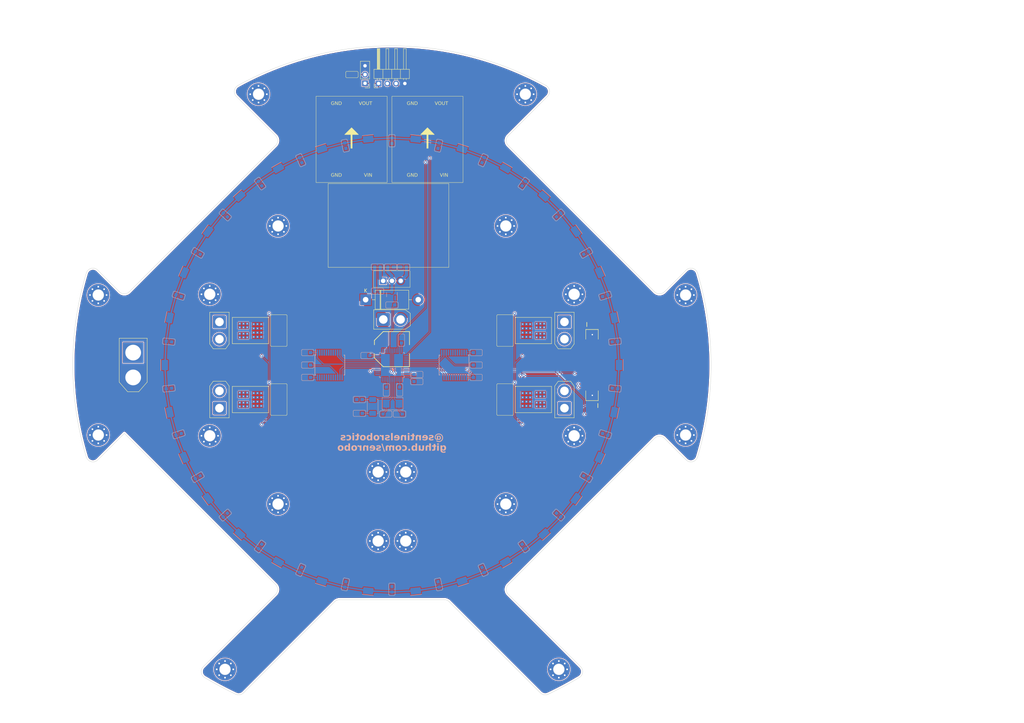
<source format=kicad_pcb>
(kicad_pcb (version 20221018) (generator pcbnew)
  (layers (0 "F.Cu" signal) (31 "B.Cu" signal) (34 "B.Paste" user) (35 "F.Paste" user) (36 "B.SilkS" user "B.Silkscreen") (37 "F.SilkS" user "F.Silkscreen") (38 "B.Mask" user) (39 "F.Mask" user) (44 "Edge.Cuts" user))
  (property "SHEETTOTAL" "3")
  (net 0 "")
  (net 1 "+3V3")
  (net 2 "GND")
  (net 3 "+12V")
  (net 4 "+5V")
  (net 5 "/M1")
  (net 6 "/M2")
  (net 7 "/S0")
  (net 8 "/S1")
  (net 9 "/S2")
  (net 10 "/S3")
  (net 11 "/RX")
  (net 12 "/TX")
  (net 13 "/BR DIR")
  (net 14 "/FR DIR")
  (net 15 "/FL DIR")
  (net 16 "/BL DIR")
  (net 17 "/FL PWM")
  (net 18 "/FR PWM")
  (net 19 "/BL PWM")
  (net 20 "/BR PWM")
  (net 21 "Net-(U2-I0)")
  (net 22 "Net-(U2-I1)")
  (net 23 "Net-(U2-I2)")
  (net 24 "Net-(U2-I3)")
  (net 25 "Net-(U2-I4)")
  (net 26 "Net-(U2-I5)")
  (net 27 "Net-(U2-I6)")
  (net 28 "Net-(U2-I7)")
  (net 29 "Net-(U2-I8)")
  (net 30 "Net-(U2-I9)")
  (net 31 "Net-(U2-I10)")
  (net 32 "Net-(U2-I11)")
  (net 33 "Net-(U2-I12)")
  (net 34 "Net-(U2-I13)")
  (net 35 "Net-(U2-~{E})")
  (net 36 "Net-(U4-I0)")
  (net 37 "Net-(U4-I1)")
  (net 38 "Net-(U4-I2)")
  (net 39 "Net-(U4-I3)")
  (net 40 "Net-(U4-I4)")
  (net 41 "Net-(U4-I5)")
  (net 42 "Net-(U4-I6)")
  (net 43 "Net-(U4-I7)")
  (net 44 "Net-(U4-I8)")
  (net 45 "Net-(U4-I9)")
  (net 46 "Net-(U4-I10)")
  (net 47 "Net-(U4-I11)")
  (net 48 "Net-(U4-I12)")
  (net 49 "Net-(U4-I13)")
  (net 50 "Net-(U4-~{E})")
  (net 51 "/M SW")
  (net 68 "Net-(U2-I14)")
  (net 69 "Net-(U4-I14)")
  (net 70 "Net-(IC1-PD0)")
  (net 71 "Net-(IC1-PD1)")
  (net 72 "Net-(D3-A)")
  (net 76 "/RST")
  (net 83 "/SWDIO")
  (net 84 "/SWCLK")
  (net 86 "/BOOT")
  (net 89 "Net-(R41-Pad1)")
  (net 92 "/M1 S0")
  (net 93 "/M1 S1")
  (net 94 "/M1 S3")
  (net 95 "/M1 S2")
  (net 96 "Net-(SW3-B)")
  (net 97 "+48V")
  (net 98 "Net-(C7-Pad1)")
  (net 99 "Net-(Q2-D)")
  (net 100 "Net-(D2-A)")
  (net 101 "Net-(Q1-Pad1)")
  (net 102 "/Sol")
  (net 129 "/!FR DIR")
  (net 130 "/!BR DIR")
  (net 131 "/!BL DIR")
  (net 132 "/!FL DIR")
  (net 133 "/FL A")
  (net 134 "/FL B")
  (net 135 "/FR B")
  (net 136 "/FR A")
  (net 137 "/BL B")
  (net 138 "/BL A")
  (net 139 "/BR A")
  (net 140 "/BR B")
  (footprint "footprints:AMASS_XT30-F" (layer "F.Cu") (at 113.6804 92.793602)
    (fp_text reference "J2" hide)
    (fp_text value "XT30")
  )
  (footprint "footprints:boost" (layer "F.Cu") (at 112.6804 65.593602 -90)
    (fp_text reference "Boost1" hide)
    (fp_text value "~")
  )
  (footprint "MountingHole:MountingHole_3.2mm_M3_Pad_Via" (layer "F.Cu") (at 109.6804 136.9936)
    (fp_text reference "H7" hide)
    (fp_text value "MountingHole_Pad")
  )
  (footprint "footprints:SOP50P1030X247-39N" (layer "F.Cu") (at 154.68041 95.993602 -90)
    (fp_text reference "U7" hide)
    (fp_text value "VNH5050A-E")
  )
  (footprint "footprints:AMASS_XT60-M" (layer "F.Cu") (at 38.6804 105.9936 -90)
    (fp_text reference "J8" hide)
    (fp_text value "XT60")
  )
  (footprint "footprints:SOP50P1030X247-39N" (layer "F.Cu") (at 72.68041 95.993602 90)
    (fp_text reference "U8" hide)
    (fp_text value "VNH5050A-E")
  )
  (footprint "footprints:EIA-7343-D" (layer "F.Cu") (at 146.48041 95.993602 -90)
    (fp_text reference "C18" hide)
    (fp_text value "220u" hide)
  )
  (footprint "footprints:buck" (layer "F.Cu") (at 123.9804 40.593602)
    (fp_text reference "U3" hide)
    (fp_text value "~")
  )
  (footprint "MountingHole:MountingHole_3.2mm_M3_Pad_Via" (layer "F.Cu") (at 109.6804 156.9936)
    (fp_text reference "H3" hide)
    (fp_text value "MountingHole_Pad")
  )
  (footprint "MountingHole:MountingHole_3.2mm_M3_Pad_Via" (layer "F.Cu") (at 162.0604 194.2003)
    (fp_text reference "H2" hide)
    (fp_text value "MountingHole_Pad")
  )
  (footprint "MountingHole:MountingHole_3.2mm_M3_Pad_Via" (layer "F.Cu") (at 117.6804 156.9936)
    (fp_text reference "H4" hide)
    (fp_text value "MountingHole_Pad")
  )
  (footprint "MountingHole:MountingHole_3.2mm_M3_Pad_Via" (layer "F.Cu") (at 117.6804 136.9936)
    (fp_text reference "H8" hide)
    (fp_text value "MountingHole_Pad")
  )
  (footprint "footprints:EIA-7343-D" (layer "F.Cu") (at 80.88041 95.993602 90)
    (fp_text reference "C19" hide)
    (fp_text value "220u")
  )
  (footprint "MountingHole:MountingHole_3.2mm_M3_Pad_Via" (layer "F.Cu") (at 60.8756 126.5002)
    (fp_text reference "H9" hide)
    (fp_text value "MountingHole_Pad")
  )
  (footprint "footprints:res0603" (layer "F.Cu") (at 102.0804 21.7936 180)
    (fp_text reference "R44" hide)
    (fp_text value "10K")
  )
  (footprint "footprints:SOP50P1030X247-39N" (layer "F.Cu") (at 154.68041 115.993602 -90)
    (fp_text reference "U5" hide)
    (fp_text value "VNH5050A-E")
  )
  (footprint "footprints:TO255P1040X460X2890-3" (layer "F.Cu") (at 113.68041 81.593602)
    (fp_text reference "Q1" hide)
    (fp_text value "STP75NF75")
  )
  (footprint "MountingHole:MountingHole_3.2mm_M3_Pad_Via" (layer "F.Cu") (at 152.347 27.5013)
    (fp_text reference "H20" hide)
    (fp_text value "MountingHole_Pad")
  )
  (footprint "MountingHole:MountingHole_3.2mm_M3_Pad_Via" (layer "F.Cu") (at 166.4852 85.488)
    (fp_text reference "H15" hide)
    (fp_text value "MountingHole_Pad")
  )
  (footprint "footprints:AMASS_XT30-F" (layer "F.Cu") (at 163.68041 115.993602 90)
    (fp_text reference "J4" hide)
    (fp_text value "FL" hide)
  )
  (footprint "footprints:SOT95P280X145-6N" (layer "F.Cu") (at 171.76082 118.987204 -90)
    (fp_text reference "IC2" hide)
    (fp_text value "SN74LVC2G04DBVTG4" hide)
  )
  (footprint "MountingHole:MountingHole_3.2mm_M3_Pad_Via" (layer "F.Cu") (at 146.6862 65.689)
    (fp_text reference "H18" hide)
    (fp_text value "MountingHole_Pad")
  )
  (footprint "MountingHole:MountingHole_3.2mm_M3_Pad_Via" (layer "F.Cu") (at 28.5655 126.2834)
    (fp_text reference "H11" hide)
    (fp_text value "MountingHole_Pad")
  )
  (footprint "footprints:EIA-7343-D" (layer "F.Cu") (at 80.880411 115.993602 90)
    (fp_text reference "C17" hide)
    (fp_text value "220u")
  )
  (footprint "MountingHole:MountingHole_3.2mm_M3_Pad_Via" (layer "F.Cu") (at 166.4852 126.5002)
    (fp_text reference "H10" hide)
    (fp_text value "MountingHole_Pad")
  )
  (footprint "footprints:526101433" (layer "F.Cu") (at 171.68041 105.993602 90)
    (fp_text reference "J1" hide)
    (fp_text value "52610-1433" hide)
  )
  (footprint "Connector_PinHeader_2.54mm:PinHeader_1x04_P2.54mm_Horizontal" (layer "F.Cu") (at 109.8004 24.3936 90)
    (fp_text reference "J3" hide)
    (fp_text value "PGMR")
  )
  (footprint "MountingHole:MountingHole_3.2mm_M3_Pad_Via" (layer "F.Cu") (at 60.8756 85.488)
    (fp_text reference "H14" hide)
    (fp_text value "MountingHole_Pad")
  )
  (footprint "footprints:CAPAE1030X1270N" (layer "F.Cu") (at 113.68041 101.393602)
    (fp_text reference "C11" hide)
    (fp_text value "1000u" hide)
  )
  (footprint "MountingHole:MountingHole_3.2mm_M3_Pad_Via" (layer "F.Cu") (at 80.674 146.2992)
    (fp_text reference "H5" hide)
    (fp_text value "MountingHole_Pad")
  )
  (footprint "MountingHole:MountingHole_3.2mm_M3_Pad_Via" (layer "F.Cu") (at 28.5649 85.7048)
    (fp_text reference "H13" hide)
    (fp_text value "MountingHole_Pad")
  )
  (footprint "footprints:SOP50P1030X247-39N" (layer "F.Cu") (at 72.68041 115.993602 90)
    (fp_text reference "U6" hide)
    (fp_text value "VNH5050A-E")
  )
  (footprint "footprints:AMASS_XT30-F" (layer "F.Cu") (at 163.68041 95.993602 -90)
    (fp_text reference "J6" hide)
    (fp_text value "BL" hide)
  )
  (footprint "footprints:EIA-7343-D" (layer "F.Cu") (at 146.48041 115.993602 -90)
    (fp_text reference "C16" hide)
    (fp_text value "220u" hide)
  )
  (footprint "footprints:AMASS_XT30-F" (layer "F.Cu") (at 63.68041 115.993602 90)
    (fp_text reference "J5" hide)
    (fp_text value "FR" hide)
  )
  (footprint "MountingHole:MountingHole_3.2mm_M3_Pad_Via" (layer "F.Cu") (at 146.6868 146.2992)
    (fp_text reference "H6" hide)
    (fp_text value "MountingHole_Pad")
  )
  (footprint "footprints:SOT95P280X145-6N" (layer "F.Cu") (at 171.76082 92.987204 90)
    (fp_text reference "IC3" hide)
    (fp_text value "SN74LVC2G04DBVTG4" hide)
  )
  (footprint "MountingHole:MountingHole_3.2mm_M3_Pad_Via" (layer "F.Cu") (at 75.0138 27.5013)
    (fp_text reference "H19" hide)
    (fp_text value "MountingHole_Pad")
  )
  (footprint "footprints:buck" (layer "F.Cu") (at 101.9804 40.593602)
    (fp_text reference "U1" hide)
    (fp_text value "~")
  )
  (footprint "footprints:AMASS_XT30-F" (layer "F.Cu") (at 63.68041 95.993602 -90)
    (fp_text reference "J7" hide)
    (fp_text value "BR" hide)
  )
  (footprint "MountingHole:MountingHole_3.2mm_M3_Pad_Via" (layer "F.Cu") (at 80.6746 65.689)
    (fp_text reference "H17" hide)
    (fp_text value "MountingHole_Pad")
  )
  (footprint "MountingHole:MountingHole_3.2mm_M3_Pad_Via" (layer "F.Cu") (at 65.3004 194.2003)
    (fp_text reference "H1" hide)
    (fp_text value "MountingHole_Pad")
  )
  (footprint "Diode_THT:D_DO-201AD_P15.24mm_Horizontal" (layer "F.Cu") (at 106.06041 87.0536)
    (fp_text reference "D2" hide)
    (fp_text value "1N5401")
  )
  (footprint "MountingHole:MountingHole_3.2mm_M3_Pad_Via" (layer "F.Cu") (at 198.7953 126.2834)
    (fp_text reference "H12" hide)
    (fp_text value "MountingHole_Pad")
  )
  (footprint "Connector_PinHeader_2.54mm:PinHeader_1x03_P2.54mm_Vertical" (layer "F.Cu") (at 105.8804 24.3436 180)
    (fp_text reference "SW3" hide)
    (fp_text value "M SW")
  )
  (footprint "MountingHole:MountingHole_3.2mm_M3_Pad_Via" (layer "F.Cu") (at 198.7959 85.7048)
    (fp_text reference "H16" hide)
    (fp_text value "MountingHole_Pad")
  )
  (footprint "footprints:ALS-PT19" (layer "B.Cu") (at 140.1183 165.3741 114)
    (fp_text reference "R3" hide)
    (fp_text value "R_Photo")
  )
  (footprint "footprints:res0603" (layer "B.Cu") (at 104.28041 119.993602 180)
    (fp_text reference "R41" hide)
    (fp_text value "1K")
  )
  (footprint "footprints:ALS-PT19" (layer "B.Cu") (at 57.3888 138.4936 30)
    (fp_text reference "R26" hide)
    (fp_text value "R_Photo")
  )
  (footprint "footprints:LED-3528" (layer "B.Cu") (at 70.8561 58.4323 132)
    (fp_text reference "D31" hide)
    (fp_text value "LED")
  )
  (footprint "footprints:ALS-PT19" (layer "B.Cu") (at 49.0365 99.1993 -6)
    (fp_text reference "R23" hide)
    (fp_text value "R_Photo")
  )
  (footprint "footprints:LED-3528" (layer "B.Cu") (at 55.2135 132.0247 -156)
    (fp_text reference "D7" hide)
    (fp_text value "LED")
  )
  (footprint "footprints:ALS-PT19" (layer "B.Cu") (at 161.9848 62.5001 -138)
    (fp_text reference "R12" hide)
    (fp_text value "R_Photo")
  )
  (footprint "footprints:cap0603" (layer "B.Cu") (at 112.08041 113.193602 -90)
    (fp_text reference "C14" hide)
    (fp_text value "0.1u")
  )
  (footprint "footprints:cap0603" (layer "B.Cu") (at 106.48041 103.243602 180)
    (fp_text reference "C12" hide)
    (fp_text value "0.1u")
  )
  (footprint "footprints:ALS-PT19" (layer "B.Cu") (at 178.3243 112.788 174)
    (fp_text reference "R8" hide)
    (fp_text value "R_Photo")
  )
  (footprint "footprints:LED-3528" (layer "B.Cu") (at 176.2819 119.2999 -12)
    (fp_text reference "D19" hide)
    (fp_text value "LED")
  )
  (footprint "footprints:LED-3528" (layer "B.Cu") (at 51.079 92.6873 168)
    (fp_text reference "D34" hide)
    (fp_text value "LED")
  )
  (footprint "footprints:res0603" (layer "B.Cu") (at 109.48041 77.593602)
    (fp_text reference "R36" hide)
    (fp_text value "1K")
  )
  (footprint "footprints:res0603" (layer "B.Cu") (at 109.48041 84.593602)
    (fp_text reference "R39" hide)
    (fp_text value "10K")
  )
  (footprint "footprints:LED-3528" (layer "B.Cu") (at 81.6804 161.4192 -120)
    (fp_text reference "D10" hide)
    (fp_text value "LED")
  )
  (footprint "footprints:LED-3528" (layer "B.Cu") (at 120.3702 42.3442 84)
    (fp_text reference "D27" hide)
    (fp_text value "LED")
  )
  (footprint "footprints:led0603" (layer "B.Cu") (at 115.93041 113.193602 90)
    (fp_text reference "D3" hide)
    (fp_text value "LED")
  )
  (footprint "footprints:res0603" (layer "B.Cu") (at 138.0804 109.593602 180)
    (fp_text reference "R37" hide)
    (fp_text value "3K24")
  )
  (footprint "footprints:LED-3528" (layer "B.Cu") (at 165.4575 68.3753 36)
    (fp_text reference "D23" hide)
    (fp_text value "LED")
  )
  (footprint "Package_QFP:LQFP-48_7x7mm_P0.5mm" (layer "B.Cu") (at 113.68041 105.993602 90)
    (fp_text reference "IC1" hide)
    (fp_text value "STM32F103CBTx")
  )
  (footprint "footprints:ALS-PT19" (layer "B.Cu") (at 75.4744 158.5797 54)
    (fp_text reference "R28" hide)
    (fp_text value "R_Photo")
  )
  (footprint "footprints:ALS-PT19" (layer "B.Cu") (at 75.4744 53.4075 -54)
    (fp_text reference "R19" hide)
    (fp_text value "R_Photo")
  )
  (footprint "footprints:LED-3528" (layer "B.Cu") (at 70.8561 153.5549 -132)
    (fp_text reference "D9" hide)
    (fp_text value "LED")
  )
  (footprint "footprints:ALS-PT19" (layer "B.Cu") (at 57.3888 73.4936 -30)
    (fp_text reference "R21" hide)
    (fp_text value "R_Photo")
  )
  (footprint "footprints:LED-3528" (layer "B.Cu") (at 156.5048 58.4323 48)
    (fp_text reference "D24" hide)
    (fp_text value "LED")
  )
  (footprint "footprints:res0603" (layer "B.Cu") (at 104.28041 115.993602)
    (fp_text reference "R45" hide)
    (fp_text value "10K")
  )
  (footprint "footprints:res0603" (layer "B.Cu") (at 117.08041 77.593602 180)
    (fp_text reference "R35" hide)
    (fp_text value "20")
  )
  (footprint "footprints:ALS-PT19" (layer "B.Cu") (at 175.4991 126.0797 162)
    (fp_text reference "R7" hide)
    (fp_text value "R_Photo")
  )
  (footprint "footprints:ALS-PT19" (layer "B.Cu") (at 127.1947 169.5732 102)
    (fp_text reference "R2" hide)
    (fp_text value "R_Photo")
  )
  (footprint "footprints:ALS-PT19" (layer "B.Cu") (at 87.2425 46.6131 -66)
    (fp_text reference "R18" hide)
    (fp_text value "R_Photo")
  )
  (footprint "footprints:cap0603" (layer "B.Cu") (at 113.28041 77.593602 180)
    (fp_text reference "C7" hide)
    (fp_text value "1500pF")
  )
  (footprint "footprints:Crystal" (layer "B.Cu") (at 113.88041 117.193602)
    (fp_text reference "Y1" hide)
    (fp_text value "8Mhz")
  )
  (footprint "footprints:LED-3528" (layer "B.Cu") (at 133.4575 45.126 72)
    (fp_text reference "D26" hide)
    (fp_text value "LED")
  )
  (footprint "footprints:ALS-PT19" (layer "B.Cu") (at 100.1662 169.5732 78)
    (fp_text reference "R30" hide)
    (fp_text value "R_Photo")
  )
  (footprint "footprints:LED-3528" (layer "B.Cu") (at 172.1473 132.0247 -24)
    (fp_text reference "D18" hide)
    (fp_text value "LED")
  )
  (footprint "footprints:LED-3528" (layer "B.Cu") (at 120.3702 169.643 -84)
    (fp_text reference "D13" hide)
    (fp_text value "LED")
  )
  (footprint "footprints:SW_PUSH_SPST" (layer "B.Cu") (at 108.08041 117.993602 90)
    (fp_text reference "SW1" hide)
    (fp_text value "STM RST")
  )
  (footprint "footprints:LED-3528" (layer "B.Cu") (at 51.079 119.2999 -168)
    (fp_text reference "D6" hide)
    (fp_text value "LED")
  )
  (footprint "footprints:cap0603" (layer "B.Cu") (at 115.88041 120.193602 180)
    (fp_text reference "C4" hide)
    (fp_text value "22p")
  )
  (footprint "footprints:LED-3528" (layer "B.Cu") (at 61.9033 143.6119 -144)
    (fp_text reference "D8" hide)
    (fp_text value "LED")
  )
  (footprint "footprints:ALS-PT19" (layer "B.Cu") (at 161.9848 149.4871 138)
    (fp_text reference "R5" hide)
    (fp_text value "R_Photo")
  )
  (footprint "footprints:ALS-PT19" (layer "B.Cu") (at 51.8617 85.9075 -18)
    (fp_text reference "R22" hide)
    (fp_text value "R_Photo")
  )
  (footprint "footprints:ALS-PT19" (layer "B.Cu") (at 49.0365 112.788 6)
    (fp_text reference "R24" hide)
    (fp_text value "R_Photo")
  )
  (footprint "Package_SO:SSOP-24_5.3x8.2mm_P0.65mm" (layer "B.Cu") (at 131.6804 105.9936 90)
    (fp_text reference "U2" hide)
    (fp_text value "CD74HC4067SM")
  )
  (footprint "footprints:res0603" (layer "B.Cu") (at 89.2804 105.9936)
    (fp_text reference "R43" hide)
    (fp_text value "10K")
  )
  (footprint "footprints:ALS-PT19" (layer "B.Cu") (at 169.9721 73.4936 -150)
    (fp_text reference "R11" hide)
    (fp_text value "R_Photo")
  )
  (footprint "footprints:ALS-PT19" (layer "B.Cu") (at 175.4991 85.9075 -162)
    (fp_text reference "R10" hide)
    (fp_text value "R_Photo")
  )
  (footprint "Package_TO_SOT_SMD:SOT-23" (layer "B.Cu") (at 113.68041 85.593602 90)
    (fp_text reference "Q2" hide)
    (fp_text value "AO3400A")
  )
  (footprint "footprints:ALS-PT19" (layer "B.Cu") (at 100.1662 42.414 -78)
    (fp_text reference "R17" hide)
    (fp_text value "R_Photo")
  )
  (footprint "footprints:cap0603" (layer "B.Cu") (at 120.88041 108.743602)
    (fp_text reference "C15" hide)
    (fp_text value "0.1u")
  )
  (footprint "footprints:cap0603" (layer "B.Cu") (at 116.43041 98.793602 90)
    (fp_text reference "C13" hide)
    (fp_text value "0.1u")
  )
  (footprint "footprints:res0603" (layer "B.Cu") (at 120.880411 110.793601 180)
    (fp_text reference "R33" hide)
    (fp_text value "10K")
  )
  (footprint "footprints:LED-3528" (layer "B.Cu") (at 176.2819 92.6873 12)
    (fp_text reference "D21" hide)
    (fp_text value "LED")
  )
  (footprint "footprints:res0603" (layer "B.Cu") (at 138.0804 105.9936 180)
    (fp_text reference "R38" hide)
    (fp_text value "10K")
  )
  (footprint "footprints:cap0603" (layer "B.Cu") (at 111.88041 120.193602)
    (fp_text reference "C5" hide)
    (fp_text value "22p")
  )
  (footprint "footprints:LED-3528" (layer "B.Cu") (at 177.6804 105.9936)
    (fp_text reference "D20" hide)
    (fp_text value "LED")
  )
  (footprint "footprints:LED-3528" (layer "B.Cu") (at 61.9033 68.3753 144)
    (fp_text reference "D32" hide)
    (fp_text value "LED")
  )
  (footprint "footprints:ALS-PT19" (layer "B.Cu") (at 151.8865 158.5797 126)
    (fp_text reference "R4" hide)
    (fp_text value "R_Photo")
  )
  (footprint "footprints:LED-3528" (layer "B.Cu") (at 133.4575 166.8612 -72)
    (fp_text reference "D14" hide)
    (fp_text value "LED")
  )
  (footprint "footprints:LED-3528" (layer "B.Cu") (at 172.1473 79.9625 24)
    (fp_text reference "D22" hide)
    (fp_text value "LED")
  )
  (footprint "footprints:ALS-PT19" (layer "B.Cu") (at 151.8865 53.4075 -126)
    (fp_text reference "R13" hide)
    (fp_text value "R_Photo")
  )
  (footprint "footprints:LED-3528" (layer "B.Cu") (at 106.9906 42.3442 96)
    (fp_text reference "D28" hide)
    (fp_text value "LED")
  )
  (footprint "footprints:LED-3528" (layer "B.Cu") (at 165.4575 143.6119 -36)
    (fp_text reference "D17" hide)
    (fp_text value "LED")
  )
  (footprint "footprints:LED-3528" (layer "B.Cu") (at 145.6804 50.568 60)
    (fp_text reference "D25" hide)
    (fp_text value "LED")
  )
  (footprint "footprints:ALS-PT19" (layer "B.Cu") (at 169.9721 138.4936 150)
    (fp_text reference "R6" hide)
    (fp_text value "R_Photo")
  )
  (footprint "footprints:ALS-PT19" (layer "B.Cu") (at 51.8617 126.0797 18)
    (fp_text reference "R25" hide)
    (fp_text value "R_Photo")
  )
  (footprint "footprints:LED-3528" (layer "B.Cu") (at 145.6804 161.4192 -60)
    (fp_text reference "D15" hide)
    (fp_text value "LED")
  )
  (footprint "footprints:cap0603" (layer "B.Cu") (at 89.28041 109.593602)
    (fp_text reference "C20" hide)
    (fp_text value "0.1u")
  )
  (footprint "footprints:LED-3528" (layer "B.Cu") (at 93.9033 45.126 108)
    (fp_text reference "D29" hide)
    (fp_text value "LED")
  )
  (footprint "footprints:LED-3528" (layer "B.Cu") (at 93.9033 166.8612 -108)
    (fp_text reference "D11" hide)
    (fp_text value "LED")
  )
  (footprint "footprints:ALS-PT19" (layer "B.Cu") (at 127.1947 42.414 -102)
    (fp_text reference "R15" hide)
    (fp_text value "R_Photo")
  )
  (footprint "footprints:ALS-PT19" (layer "B.Cu") (at 178.3243 99.1993 -174)
    (fp_text reference "R9" hide)
    (fp_text value "R_Photo")
  )
  (footprint "footprints:cap0603" (layer "B.Cu") (at 138.0804 102.393602 180)
    (fp_text reference "C6" hide)
    (fp_text value "0.1u")
  )
  (footprint "footprints:res0603" (layer "B.Cu") (at 89.28041 102.393602)
    (fp_text reference "R42" hide)
    (fp_text value "3K24")
  )
  (footprint "footprints:ALS-PT19" (layer "B.Cu") (at 65.376 62.5001 -42)
    (fp_text reference "R20" hide)
    (fp_text value "R_Photo")
  )
  (footprint "footprints:ALS-PT19" (layer "B.Cu") (at 113.6804 40.9936 -90)
    (fp_text reference "R16" hide)
    (fp_text value "R_Photo")
  )
  (footprint "footprints:LED-3528" (layer "B.Cu") (at 81.6804 50.568 120)
    (fp_text reference "D30" hide)
    (fp_text value "LED")
  )
  (footprint "footprints:LED-3528" (layer "B.Cu") (at 55.2135 79.9625 156)
    (fp_text reference "D33" hide)
    (fp_text value "LED")
  )
  (footprint "footprints:LED-3528" (layer "B.Cu") (at 106.9906 169.643 -96)
    (fp_text reference "D12" hide)
    (fp_text value "LED")
  )
  (footprint "footprints:ALS-PT19" (layer "B.Cu") (at 87.2425 165.3741 66)
    (fp_text reference "R29" hide)
    (fp_text value "R_Photo")
  )
  (footprint "Package_SO:SSOP-24_5.3x8.2mm_P0.65mm" (layer "B.Cu") (at 95.6804 105.9936 -90)
    (fp_text reference "U4" hide)
    (fp_text value "CD74HC4067SM")
  )
  (footprint "footprints:LED-3528" (layer "B.Cu") (at 156.5048 153.5549 -48)
    (fp_text reference "D16" hide)
    (fp_text value "LED")
  )
  (footprint "footprints:ALS-PT19" (layer "B.Cu") (at 140.1183 46.6131 -114)
    (fp_text reference "R14" hide)
    (fp_text value "R_Photo")
  )
  (footprint "footprints:res0603" (layer "B.Cu") (at 113.68041 88.593602 180)
    (fp_text reference "R31" hide)
    (fp_text value "10K")
  )
  (footprint "footprints:ALS-PT19" (layer "B.Cu") (at 65.376 149.4871 42)
    (fp_text reference "R27" hide)
    (fp_text value "R_Photo")
  )
  (footprint "footprints:LED-3528" (layer "B.Cu") (at 49.6804 105.9936 180)
    (fp_text reference "D5" hide)
    (fp_text value "LED")
  )
  (footprint "footprints:ALS-PT19" (layer "B.Cu") (at 113.6804 170.9936 90)
    (fp_text reference "R1" hide)
    (fp_text value "R_Photo")
  )
  (gr_line (start 28.43358 78.50185) (end 34.712651 84.780921) (stroke (width 0.1)) (layer "Edge.Cuts"))
  (gr_arc (start 28.43358 133.486398) (mid 26.531249 134.011706) (end 25.104199 132.648496) (stroke (width 0.1)) (layer "Edge.Cuts"))
  (gr_arc (start 59.378779 196.56621) (mid 58.422221 195.095578) (end 58.992981 193.436665) (stroke (width 0.1)) (layer "Edge.Cuts"))
  (gr_arc (start 68.399237 201.396379) (mid 63.830473 199.09061) (end 59.378779 196.56621) (stroke (width 0.1)) (layer "Edge.Cuts"))
  (gr_arc (start 128.852261 173.994124) (mid 129.617633 174.146356) (end 130.266474 174.57991) (stroke (width 0.1)) (layer "Edge.Cuts"))
  (gr_line (start 156.690347 201.003783) (end 130.266474 174.57991) (stroke (width 0.1)) (layer "Edge.Cuts"))
  (gr_arc (start 79.967485 39.526087) (mid 80.553271 40.9403) (end 79.967485 42.354514) (stroke (width 0.1)) (layer "Edge.Cuts"))
  (gr_arc (start 69.036868 24.980672) (mid 113.680688 13.494124) (end 158.324508 24.980672) (stroke (width 0.1)) (layer "Edge.Cuts"))
  (gr_arc (start 37.541078 84.780921) (mid 36.126864 85.366707) (end 34.712651 84.780921) (stroke (width 0.1)) (layer "Edge.Cuts"))
  (gr_line (start 66.734293 185.695353) (end 79.967485 172.462161) (stroke (width 0.1)) (layer "Edge.Cuts"))
  (gr_arc (start 158.324508 24.980672) (mid 159.339426 26.451509) (end 158.77345 28.146528) (stroke (width 0.1)) (layer "Edge.Cuts"))
  (gr_arc (start 168.368395 193.436665) (mid 168.939151 195.095576) (end 167.982597 196.56621) (stroke (width 0.1)) (layer "Edge.Cuts"))
  (gr_line (start 160.627083 185.695353) (end 168.368395 193.436665) (stroke (width 0.1)) (layer "Edge.Cuts"))
  (gr_circle (center 198.795874 85.70484) (end 200.395874 85.70484) (stroke (width 0.1)) (fill none) (layer "Edge.Cuts"))
  (gr_circle (center 198.795874 126.283408) (end 200.395874 126.283408) (stroke (width 0.1)) (fill none) (layer "Edge.Cuts"))
  (gr_arc (start 97.094902 174.57991) (mid 97.743748 174.146365) (end 98.509115 173.994124) (stroke (width 0.1)) (layer "Edge.Cuts"))
  (gr_circle (center 117.680688 136.994124) (end 119.280688 136.994124) (stroke (width 0.1)) (fill none) (layer "Edge.Cuts"))
  (gr_line (start 128.852261 173.994124) (end 98.509115 173.994124) (stroke (width 0.1)) (layer "Edge.Cuts"))
  (gr_arc (start 25.104199 132.648496) (mid 21.180688 105.994124) (end 25.104199 79.339752) (stroke (width 0.1)) (layer "Edge.Cuts"))
  (gr_line (start 58.992981 193.436665) (end 66.734293 185.695353) (stroke (width 0.1)) (layer "Edge.Cuts"))
  (gr_circle (center 162.060923 194.200261) (end 163.660923 194.200261) (stroke (width 0.1)) (fill none) (layer "Edge.Cuts"))
  (gr_circle (center 65.300453 194.200261) (end 66.900453 194.200261) (stroke (width 0.1)) (fill none) (layer "Edge.Cuts"))
  (gr_circle (center 60.875601 85.488027) (end 62.475601 85.488027) (stroke (width 0.1)) (fill none) (layer "Edge.Cuts"))
  (gr_line (start 36.126864 125.793114) (end 28.43358 133.486398) (stroke (width 0.1)) (layer "Edge.Cuts"))
  (gr_line (start 37.541078 84.780921) (end 79.967485 42.354514) (stroke (width 0.1)) (layer "Edge.Cuts"))
  (gr_circle (center 80.674591 65.689037) (end 82.274591 65.689037) (stroke (width 0.1)) (fill none) (layer "Edge.Cuts"))
  (gr_circle (center 80.674591 146.299211) (end 82.274591 146.299211) (stroke (width 0.1)) (fill none) (layer "Edge.Cuts"))
  (gr_circle (center 109.680688 136.994124) (end 111.280688 136.994124) (stroke (width 0.1)) (fill none) (layer "Edge.Cuts"))
  (gr_arc (start 202.257177 79.339752) (mid 206.180688 105.994124) (end 202.257177 132.648496) (stroke (width 0.1)) (layer "Edge.Cuts"))
  (gr_line (start 97.094902 174.57991) (end 70.671029 201.003783) (stroke (width 0.1)) (layer "Edge.Cuts"))
  (gr_line (start 192.648725 84.780921) (end 198.927796 78.50185) (stroke (width 0.1)) (layer "Edge.Cuts"))
  (gr_circle (center 152.347592 27.501318) (end 153.947592 27.501318) (stroke (width 0.1)) (fill none) (layer "Edge.Cuts"))
  (gr_arc (start 25.104199 79.339752) (mid 26.531249 77.976542) (end 28.43358 78.50185) (stroke (width 0.1)) (layer "Edge.Cuts"))
  (gr_arc (start 147.393891 42.354514) (mid 146.808108 40.940302) (end 147.393891 39.526087) (stroke (width 0.1)) (layer "Edge.Cuts"))
  (gr_circle (center 28.565502 85.70484) (end 30.165502 85.70484) (stroke (width 0.1)) (fill none) (layer "Edge.Cuts"))
  (gr_line (start 189.820298 127.207327) (end 147.393891 169.633734) (stroke (width 0.1)) (layer "Edge.Cuts"))
  (gr_arc (start 68.587926 28.146528) (mid 68.021951 26.451509) (end 69.036868 24.980672) (stroke (width 0.1)) (layer "Edge.Cuts"))
  (gr_arc (start 192.648725 84.780921) (mid 191.234512 85.366707) (end 189.820298 84.780921) (stroke (width 0.1)) (layer "Edge.Cuts"))
  (gr_circle (center 146.686785 146.299211) (end 148.286785 146.299211) (stroke (width 0.1)) (fill none) (layer "Edge.Cuts"))
  (gr_circle (center 109.680688 156.994124) (end 111.280688 156.994124) (stroke (width 0.1)) (fill none) (layer "Edge.Cuts"))
  (gr_circle (center 146.686785 65.689037) (end 148.286785 65.689037) (stroke (width 0.1)) (fill none) (layer "Edge.Cuts"))
  (gr_arc (start 70.671029 201.003783) (mid 69.597394 201.560358) (end 68.399237 201.396379) (stroke (width 0.1)) (layer "Edge.Cuts"))
  (gr_circle (center 60.875601 126.500221) (end 62.475601 126.500221) (stroke (width 0.1)) (fill none) (layer "Edge.Cuts"))
  (gr_circle (center 75.013784 27.501318) (end 76.613784 27.501318) (stroke (width 0.1)) (fill none) (layer "Edge.Cuts"))
  (gr_arc (start 147.393891 172.462161) (mid 146.808103 171.047946) (end 147.393891 169.633734) (stroke (width 0.1)) (layer "Edge.Cuts"))
  (gr_line (start 79.967485 39.526087) (end 68.587926 28.146528) (stroke (width 0.1)) (layer "Edge.Cuts"))
  (gr_arc (start 167.982597 196.56621) (mid 163.530904 199.090611) (end 158.962139 201.396379) (stroke (width 0.1)) (layer "Edge.Cuts"))
  (gr_circle (center 28.565502 126.283408) (end 30.165502 126.283408) (stroke (width 0.1)) (fill none) (layer "Edge.Cuts"))
  (gr_arc (start 79.967485 169.633734) (mid 80.553271 171.047948) (end 79.967485 172.462161) (stroke (width 0.1)) (layer "Edge.Cuts"))
  (gr_circle (center 117.680688 156.994124) (end 119.280688 156.994124) (stroke (width 0.1)) (fill none) (layer "Edge.Cuts"))
  (gr_arc (start 189.820298 127.207327) (mid 191.234512 126.621541) (end 192.648725 127.207327) (stroke (width 0.1)) (layer "Edge.Cuts"))
  (gr_arc (start 202.257177 132.648496) (mid 200.830123 134.01175) (end 198.927796 133.486398) (stroke (width 0.1)) (layer "Edge.Cuts"))
  (gr_line (start 198.927796 133.486398) (end 192.648725 127.207327) (stroke (width 0.1)) (layer "Edge.Cuts"))
  (gr_line (start 147.393891 42.354514) (end 189.820298 84.780921) (stroke (width 0.1)) (layer "Edge.Cuts"))
  (gr_line (start 158.77345 28.146528) (end 147.393891 39.526087) (stroke (width 0.1)) (layer "Edge.Cuts"))
  (gr_arc (start 158.962139 201.396379) (mid 157.763989 201.560339) (end 156.690347 201.003783) (stroke (width 0.1)) (layer "Edge.Cuts"))
  (gr_line (start 147.393891 172.462161) (end 160.627083 185.695353) (stroke (width 0.1)) (layer "Edge.Cuts"))
  (gr_circle (center 166.485775 126.500221) (end 168.085775 126.500221) (stroke (width 0.1)) (fill none) (layer "Edge.Cuts"))
  (gr_circle (center 166.485775 85.488027) (end 168.085775 85.488027) (stroke (width 0.1)) (fill none) (layer "Edge.Cuts"))
  (gr_line (start 79.967485 169.633734) (end 36.126864 125.793114) (stroke (width 0.1)) (layer "Edge.Cuts"))
  (gr_arc (start 198.927796 78.50185) (mid 200.83011 77.976549) (end 202.257177 79.339752) (stroke (width 0.1)) (layer "Edge.Cuts"))
  (gr_text "github.com/senrobo" (at 113.68071 129.993102) (layer "B.SilkS") (effects (font (size 2 2) (thickness 0.3) bold) (justify mirror)))
  (gr_text "@sentinelsrobotics" (at 113.68071 126.993102) (layer "B.SilkS") (effects (font (size 2 2) (thickness 0.3) bold) (justify mirror)))
  (segment (start 109.8004 29.813602) (end 110.1804 30.193602) (width 0.3) (layer "F.Cu") (net 1))
  (segment (start 105.8804 24.3436) (end 109.7504 24.3436) (width 0.3) (layer "F.Cu") (net 1))
  (segment (start 109.8004 24.3936) (end 109.8004 29.813602) (width 0.3) (layer "F.Cu") (net 1))
  (segment (start 169.85541 112.493602) (end 167.76082 112.493602) (width 0.25) (layer "F.Cu") (net 1))
  (segment (start 109.7504 24.3436) (end 109.8004 24.3936) (width 0.3) (layer "F.Cu") (net 1))
  (via (at 167.76082 112.493602) (size 0.8) (drill 0.4) (layers "F.Cu" "B.Cu") (net 1))
  (segment (start 92.105398 109.593602) (end 92.1054 109.5936) (width 0.25) (layer "B.Cu") (net 1))
  (segment (start 166.913736 144.669865) (end 162.599981 150.040939) (width 0.5) (layer "B.Cu") (net 1))
  (segment (start 170.664888 138.893594) (end 166.936194 144.686155) (width 0.5) (layer "B.Cu") (net 1))
  (segment (start 157.709213 154.892526) (end 152.373015 159.249349) (width 0.5) (layer "B.Cu") (net 1))
  (segment (start 173.791707 132.756865) (end 170.688927 138.907449) (width 0.5) (layer "B.Cu") (net 1))
  (segment (start 99.999811 41.63149) (end 106.799506 40.52647) (width 0.5) (layer "B.Cu") (net 1))
  (segment (start 53.569113 79.230339) (end 56.671893 73.079755) (width 0.5) (layer "B.Cu") (net 1))
  (segment (start 170.664878 73.093592) (end 173.817036 79.219016) (width 0.5) (layer "B.Cu") (net 1))
  (segment (start 127.361009 170.355714) (end 120.561314 171.460734) (width 0.5) (layer "B.Cu") (net 1))
  (segment (start 93.347101 168.573126) (end 86.905882 166.130254) (width 0.5) (layer "B.Cu") (net 1))
  (segment (start 69.651622 154.89254) (end 64.760881 150.040986) (width 0.5) (layer "B.Cu") (net 1))
  (segment (start 157.709198 57.094664) (end 162.599939 61.946218) (width 0.5) (layer "B.Cu") (net 1))
  (segment (start 179.480412 105.993592) (end 179.147549 112.874444) (width 0.5) (layer "B.Cu") (net 1))
  (segment (start 162.579348 150.02239) (end 157.727794 154.913131) (width 0.5) (layer "B.Cu") (net 1))
  (segment (start 112.43041 112.043602) (end 112.08041 112.393602) (width 0.25) (layer "B.Cu") (net 1))
  (segment (start 109.51791 103.243602) (end 107.28041 103.243602) (width 0.25) (layer "B.Cu") (net 1))
  (segment (start 99.99983 170.355718) (end 93.338547 168.599519) (width 0.5) (layer "B.Cu") (net 1))
  (segment (start 49.318294 92.313022) (end 51.074493 85.651739) (width 0.5) (layer "B.Cu") (net 1))
  (segment (start 90.08041 109.593602) (end 92.105398 109.593602) (width 0.25) (layer "B.Cu") (net 1))
  (segment (start 134.013719 43.414078) (end 140.454938 45.85695) (width 0.5) (layer "B.Cu") (net 1))
  (segment (start 49.318298 119.674201) (end 48.213278 112.874506) (width 0.5) (layer "B.Cu") (net 1))
  (segment (start 127.36099 41.631486) (end 134.022273 43.387685) (width 0.5) (layer "B.Cu") (net 1))
  (segment (start 176.259934 126.326911) (end 173.817062 132.76813) (width 0.5) (layer "B.Cu") (net 1))
  (segment (start 120.558393 171.433144) (end 113.680441 171.821349) (width 0.5) (layer "B.Cu") (net 1))
  (segment (start 53.569121 132.756883) (end 51.074512 126.335524) (width 0.5) (layer "B.Cu") (net 1))
  (segment (start 179.119952 99.115619) (end 179.508157 105.993571) (width 0.5) (layer "B.Cu") (net 1))
  (segment (start 86.917147 166.104899) (end 80.766563 163.002119) (width 0.5) (layer "B.Cu") (net 1))
  (segment (start 47.880408 105.993612) (end 48.213271 99.11276) (width 0.5) (layer "B.Cu") (net 1))
  (segment (start 86.917129 45.882313) (end 93.338488 43.387704) (width 0.5) (layer "B.Cu") (net 1))
  (segment (start 134.013738 168.57312) (end 127.366799 170.382849) (width 0.5) (layer "B.Cu") (net 1))
  (segment (start 120.558373 40.554058) (end 127.366737 41.604342) (width 0.5) (layer "B.Cu") (net 1))
  (segment (start 75.004147 159.226928) (end 69.633073 154.913173) (width 0.5) (layer "B.Cu") (net 1))
  (segment (start 64.781472 61.964814) (end 69.633026 57.074073) (width 0.5) (layer "B.Cu") (net 1))
  (segment (start 146.58042 162.97807) (end 140.454996 166.130228) (width 0.5) (layer "B.Cu") (net 1))
  (segment (start 60.447084 67.317339) (end 64.760839 61.946265) (width 0.5) (layer "B.Cu") (net 1))
  (segment (start 48.240868 112.871585) (end 47.852663 105.993633) (width 0.5) (layer "B.Cu") (net 1))
  (segment (start 137.2804 102.393602) (end 135.255402 102.393602) (width 0.25) (layer "B.Cu") (net 1))
  (segment (start 56.695942 138.893612) (end 53.543784 132.768188) (width 0.5) (layer "B.Cu") (net 1))
  (segment (start 60.447096 144.669881) (end 56.671924 138.907503) (width 0.5) (layer "B.Cu") (net 1))
  (segment (start 112.43041 110.156102) (end 112.43041 112.043602) (width 0.25) (layer "B.Cu") (net 1))
  (segment (start 64.781486 150.022405) (end 60.424663 144.686207) (width 0.5) (layer "B.Cu") (net 1))
  (segment (start 51.100886 85.660293) (end 53.543758 79.219074) (width 0.5) (layer "B.Cu") (net 1))
  (segment (start 178.042522 92.313003) (end 179.147542 99.112698) (width 0.5) (layer "B.Cu") (net 1))
  (segment (start 176.259928 85.660274) (end 178.069657 92.307213) (width 0.5) (layer "B.Cu") (net 1))
  (segment (start 179.119954 112.871565) (end 178.06967 119.679929) (width 0.5) (layer "B.Cu") (net 1))
  (segment (start 140.443691 166.104891) (end 134.022332 168.5995) (width 0.5) (layer "B.Cu") (net 1))
  (segment (start 178.042526 119.674182) (end 176.286327 126.335465) (width 0.5) (layer "B.Cu") (net 1))
  (segment (start 166.913724 67.317323) (end 170.688896 73.079701) (width 0.5) (layer "B.Cu") (net 1))
  (segment (start 140.443673 45.882305) (end 146.594257 48.985085) (width 0.5) (layer "B.Cu") (net 1))
  (segment (start 152.356689 159.226916) (end 146.594311 163.002088) (width 0.5) (layer "B.Cu") (net 1))
  (segment (start 146.580402 49.009124) (end 152.372963 52.737818) (width 0.5) (layer "B.Cu") (net 1))
  (segment (start 51.100892 126.32693) (end 49.291163 119.679991) (width 0.5) (layer "B.Cu") (net 1))
  (segment (start 56.695932 73.09361) (end 60.424626 67.301049) (width 0.5) (layer "B.Cu") (net 1))
  (segment (start 106.802427 40.55406) (end 113.680379 40.165855) (width 0.5) (layer "B.Cu") (net 1))
  (segment (start 69.651607 57.094678) (end 74.987805 52.737855) (width 0.5) (layer "B.Cu") (net 1))
  (segment (start 93.347082 43.414084) (end 99.994021 41.604355) (width 0.5) (layer "B.Cu") (net 1))
  (segment (start 106.802447 171.433146) (end 99.994083 170.382862) (width 0.5) (layer "B.Cu") (net 1))
  (segment (start 173.791699 79.230321) (end 176.286308 85.65168) (width 0.5) (layer "B.Cu") (net 1))
  (segment (start 135.255402 102.393602) (end 135.2554 102.3936) (width 0.25) (layer "B.Cu") (net 1))
  (segment (start 152.356673 52.760276) (end 157.727747 57.074031) (width 0.5) (layer "B.Cu") (net 1))
  (segment (start 162.579334 61.964799) (end 166.936157 67.300997) (width 0.5) (layer "B.Cu") (net 1))
  (segment (start 75.004131 52.760288) (end 80.766509 48.985116) (width 0.5) (layer "B.Cu") (net 1))
  (segment (start 80.780418 162.97808) (end 74.987857 159.249386) (width 0.5) (layer "B.Cu") (net 1))
  (segment (start 113.68042 171.793604) (end 106.799568 171.460741) (width 0.5) (layer "B.Cu") (net 1))
  (segment (start 116.43041 101.831102) (end 116.43041 99.593602) (width 0.25) (layer "B.Cu") (net 1))
  (segment (start 117.84291 108.743602) (end 120.08041 108.743602) (width 0.25) (layer "B.Cu") (net 1))
  (segment (start 113.6804 40.1936) (end 120.561252 40.526463) (width 0.5) (layer "B.Cu") (net 1))
  (segment (start 80.7804 49.009134) (end 86.905824 45.856976) (width 0.5) (layer "B.Cu") (net 1))
  (segment (start 48.240866 99.115639) (end 49.29115 92.307275) (width 0.5) (layer "B.Cu") (net 1))
  (via (at 171.76082 97.187204) (size 0.8) (drill 0.4) (layers "F.Cu" "B.Cu") (net 2))
  (via (at 171.76082 114.787204) (size 0.8) (drill 0.4) (layers "F.Cu" "B.Cu") (net 2))
  (segment (start 108.68041 84.593602) (end 108.68041 77.593602) (width 1) (layer "B.Cu") (net 3))
  (segment (start 169.85541 111.493602) (end 167.748024 111.493602) (width 0.25) (layer "F.Cu") (net 4))
  (via (at 167.748024 111.493602) (size 0.8) (drill 0.4) (layers "F.Cu" "B.Cu") (net 4))
  (segment (start 108.08041 107.193602) (end 107.48041 107.793602) (width 0.25) (layer "F.Cu") (net 5))
  (segment (start 135.48041 107.193602) (end 108.08041 107.193602) (width 0.25) (layer "F.Cu") (net 5))
  (via (at 135.48041 107.193602) (size 0.8) (drill 0.4) (layers "F.Cu" "B.Cu") (net 5))
  (via (at 107.48041 107.793602) (size 0.8) (drill 0.4) (layers "F.Cu" "B.Cu") (net 5))
  (segment (start 109.51791 107.243602) (end 108.03041 107.243602) (width 0.25) (layer "B.Cu") (net 5))
  (segment (start 108.03041 107.243602) (end 107.48041 107.793602) (width 0.25) (layer "B.Cu") (net 5))
  (segment (start 135.255402 109.593602) (end 135.2554 109.5936) (width 0.25) (layer "B.Cu") (net 5))
  (segment (start 137.2804 108.993592) (end 137.2804 109.593602) (width 0.25) (layer "B.Cu") (net 5))
  (segment (start 135.48041 107.193602) (end 137.2804 108.993592) (width 0.25) (layer "B.Cu") (net 5))
  (segment (start 137.2804 109.593602) (end 135.255402 109.593602) (width 0.25) (layer "B.Cu") (net 5))
  (segment (start 90.080412 102.3936) (end 90.08041 102.393602) (width 0.25) (layer "B.Cu") (net 6))
  (segment (start 92.1054 103.96859) (end 92.1054 102.3936) (width 0.25) (layer "B.Cu") (net 6))
  (segment (start 109.51791 105.743602) (end 93.880412 105.743602) (width 0.25) (layer "B.Cu") (net 6))
  (segment (start 92.1054 102.3936) (end 90.080412 102.3936) (width 0.25) (layer "B.Cu") (net 6))
  (segment (start 93.880412 105.743602) (end 92.1054 103.96859) (width 0.25) (layer "B.Cu") (net 6))
  (segment (start 97.9554 102.3936) (end 97.9554 103.5186) (width 0.25) (layer "B.Cu") (net 7))
  (segment (start 97.9554 103.5186) (end 99.680402 105.243602) (width 0.25) (layer "B.Cu") (net 7))
  (segment (start 99.680402 105.243602) (end 109.51791 105.243602) (width 0.25) (layer "B.Cu") (net 7))
  (segment (start 109.51791 104.743602) (end 99.830402 104.743602) (width 0.25) (layer "B.Cu") (net 8))
  (segment (start 98.6054 103.5186) (end 98.6054 102.3936) (width 0.25) (layer "B.Cu") (net 8))
  (segment (start 99.830402 104.743602) (end 98.6054 103.5186) (width 0.25) (layer "B.Cu") (net 8))
  (segment (start 99.63041 106.243602) (end 98.6054 107.268612) (width 0.25) (layer "B.Cu") (net 9))
  (segment (start 98.6054 107.268612) (end 98.6054 109.5936) (width 0.25) (layer "B.Cu") (net 9))
  (segment (start 109.51791 106.243602) (end 99.63041 106.243602) (width 0.25) (layer "B.Cu") (net 9))
  (segment (start 109.51791 106.743602) (end 99.93041 106.743602) (width 0.25) (layer "B.Cu") (net 10))
  (segment (start 99.2554 107.418612) (end 99.2554 109.5936) (width 0.25) (layer "B.Cu") (net 10))
  (segment (start 99.93041 106.743602) (end 99.2554 107.418612) (width 0.25) (layer "B.Cu") (net 10))
  (segment (start 113.822658 107.643602) (end 134.905105 107.643602) (width 0.25) (layer "F.Cu") (net 11))
  (segment (start 163.786808 109.5) (end 163.793206 109.493602) (width 0.25) (layer "F.Cu") (net 11))
  (segment (start 113.548158 107.918102) (end 113.822658 107.643602) (width 0.25) (layer "F.Cu") (net 11))
  (segment (start 135.780715 107.918602) (end 136.505715 107.193602) (width 0.25) (layer "F.Cu") (net 11))
  (segment (start 135.180105 107.918602) (end 135.780715 107.918602) (width 0.25) (layer "F.Cu") (net 11))
  (segment (start 136.505715 107.193602) (end 161.48041 107.193602) (width 0.25) (layer "F.Cu") (net 11))
  (segment (start 161.48041 107.193602) (end 163.786808 109.5) (width 0.25) (layer "F.Cu") (net 11))
  (segment (start 163.793206 109.493602) (end 169.85541 109.493602) (width 0.25) (layer "F.Cu") (net 11))
  (segment (start 134.905105 107.643602) (end 135.180105 107.918602) (width 0.25) (layer "F.Cu") (net 11))
  (via (at 113.548158 107.918102) (size 0.8) (drill 0.4) (layers "F.Cu" "B.Cu") (net 11))
  (segment (start 113.548158 107.918102) (end 113.43041 107.800354) (width 0.25) (layer "B.Cu") (net 11))
  (segment (start 113.43041 107.800354) (end 113.43041 101.831102) (width 0.25) (layer "B.Cu") (net 11))
  (segment (start 160.88041 107.793602) (end 163.586808 110.5) (width 0.25) (layer "F.Cu") (net 12))
  (segment (start 136.68041 107.793602) (end 160.88041 107.793602) (width 0.25) (layer "F.Cu") (net 12))
  (segment (start 135.88041 108.593602) (end 136.68041 107.793602) (width 0.25) (layer "F.Cu") (net 12))
  (segment (start 163.586808 110.5) (end 163.593206 110.493602) (width 0.25) (layer "F.Cu") (net 12))
  (segment (start 114.70591 108.593602) (end 135.88041 108.593602) (width 0.25) (layer "F.Cu") (net 12))
  (segment (start 163.593206 110.493602) (end 169.85541 110.493602) (width 0.25) (layer "F.Cu") (net 12))
  (segment (start 114.48041 108.368102) (end 114.70591 108.593602) (width 0.25) (layer "F.Cu") (net 12))
  (via (at 114.48041 108.368102) (size 0.8) (drill 0.4) (layers "F.Cu" "B.Cu") (net 12))
  (segment (start 113.93041 106.593602) (end 113.93041 101.831102) (width 0.25) (layer "B.Cu") (net 12))
  (segment (start 114.48041 108.368102) (end 114.48041 107.143602) (width 0.25) (layer "B.Cu") (net 12))
  (segment (start 114.48041 107.143602) (end 113.93041 106.593602) (width 0.25) (layer "B.Cu") (net 12))
  (segment (start 170.73041 101.493602) (end 169.85541 101.493602) (width 0.25) (layer "F.Cu") (net 13))
  (segment (start 170.81082 95.475) (end 171.13582 95.8) (width 0.25) (layer "F.Cu") (net 13))
  (segment (start 171.13582 101.088192) (end 170.73041 101.493602) (width 0.25) (layer "F.Cu") (net 13))
  (segment (start 170.81082 91.25) (end 170.81082 95.475) (width 0.25) (layer "F.Cu") (net 13))
  (segment (start 171.13582 95.8) (end 171.13582 101.088192) (width 0.25) (layer "F.Cu") (net 13))
  (segment (start 172.45541 113.187204) (end 172.45541 106.881794) (width 0.25) (layer "F.Cu") (net 14))
  (segment (start 172.71082 117.737204) (end 172.71082 113.442614) (width 0.25) (layer "F.Cu") (net 14))
  (segment (start 171.067218 105.493602) (end 169.85541 105.493602) (width 0.25) (layer "F.Cu") (net 14))
  (segment (start 172.45541 106.881794) (end 171.067218 105.493602) (width 0.25) (layer "F.Cu") (net 14))
  (segment (start 172.71082 113.442614) (end 172.45541 113.187204) (width 0.25) (layer "F.Cu") (net 14))
  (segment (start 164.08041 123.193602) (end 152.836369 123.193602) (width 0.25) (layer "F.Cu") (net 15))
  (segment (start 170.73041 107.493602) (end 169.85541 107.493602) (width 0.25) (layer "F.Cu") (net 15))
  (segment (start 171.13582 107.899012) (end 170.73041 107.493602) (width 0.25) (layer "F.Cu") (net 15))
  (segment (start 170.81082 113.512204) (end 171.13582 113.187204) (width 0.25) (layer "F.Cu") (net 15))
  (segment (start 170.81082 117.737204) (end 169.536808 117.737204) (width 0.25) (layer "F.Cu") (net 15))
  (segment (start 170.81082 117.737204) (end 170.81082 113.512204) (width 0.25) (layer "F.Cu") (net 15))
  (segment (start 169.536808 117.737204) (end 164.08041 123.193602) (width 0.25) (layer "F.Cu") (net 15))
  (segment (start 151.93041 122.287643) (end 151.93041 121.073602) (width 0.25) (layer "F.Cu") (net 15))
  (segment (start 171.13582 113.187204) (end 171.13582 107.899012) (width 0.25) (layer "F.Cu") (net 15))
  (segment (start 152.836369 123.193602) (end 151.93041 122.287643) (width 0.25) (layer "F.Cu") (net 15))
  (segment (start 172.45541 95.8) (end 172.45541 102.10541) (width 0.25) (layer "F.Cu") (net 16))
  (segment (start 172.71082 91.25) (end 172.71082 95.54459) (width 0.25) (layer "F.Cu") (net 16))
  (segment (start 172.71082 95.54459) (end 172.45541 95.8) (width 0.25) (layer "F.Cu") (net 16))
  (segment (start 171.067218 103.493602) (end 169.85541 103.493602) (width 0.25) (layer "F.Cu") (net 16))
  (segment (start 172.45541 102.10541) (end 171.067218 103.493602) (width 0.25) (layer "F.Cu") (net 16))
  (segment (start 169.85541 108.493602) (end 166.68041 108.493602) (width 0.25) (layer "F.Cu") (net 17))
  (segment (start 150.93041 110.913602) (end 150.93041 108.993602) (width 0.25) (layer "F.Cu") (net 17))
  (via (at 166.68041 108.493602) (size 0.8) (drill 0.4) (layers "F.Cu" "B.Cu") (net 17))
  (via (at 150.93041 108.993602) (size 0.8) (drill 0.4) (layers "F.Cu" "B.Cu") (net 17))
  (segment (start 166.45541 108.268602) (end 166.68041 108.493602) (width 0.25) (layer "B.Cu") (net 17))
  (segment (start 151.65541 108.268602) (end 166.45541 108.268602) (width 0.25) (layer "B.Cu") (net 17))
  (segment (start 150.93041 108.993602) (end 151.65541 108.268602) (width 0.25) (layer "B.Cu") (net 17))
  (segment (start 131.8804 105.9936) (end 129.4054 103.5186) (width 0.25) (layer "B.Cu") (net 35))
  (segment (start 137.2804 105.9936) (end 131.8804 105.9936) (width 0.25) (layer "B.Cu") (net 35))
  (segment (start 129.4054 103.5186) (end 129.4054 102.3936) (width 0.25) (layer "B.Cu") (net 35))
  (segment (start 90.0804 105.9936) (end 90.280402 106.193602) (width 0.25) (layer "B.Cu") (net 50))
  (segment (start 95.680402 106.193602) (end 97.9554 108.4686) (width 0.25) (layer "B.Cu") (net 50))
  (segment (start 90.280402 106.193602) (end 95.680402 106.193602) (width 0.25) (layer "B.Cu") (net 50))
  (segment (start 97.9554 108.4686) (end 97.9554 109.5936) (width 0.25) (layer "B.Cu") (net 50))
  (segment (start 77.29741 112.376602) (end 78.08041 111.593602) (width 0.25) (layer "F.Cu") (net 51))
  (segment (start 151.43041 110.913602) (end 151.43041 112.127643) (width 0.25) (layer "F.Cu") (net 51))
  (segment (start 75.93041 90.913602) (end 75.93041 92.127643) (width 0.25) (layer "F.Cu") (net 51))
  (segment (start 151.43041 112.127643) (end 151.181451 112.376602) (width 0.25) (layer "F.Cu") (net 51))
  (segment (start 149.28041 91.593602) (end 149.28041 90.993602) (width 0.25) (layer "F.Cu") (net 51))
  (segment (start 151.181451 92.376602) (end 150.06341 92.376602) (width 0.25) (layer "F.Cu") (net 51))
  (segment (start 150.06341 112.376602) (end 149.28041 111.593602) (width 0.25) (layer "F.Cu") (net 51))
  (segment (start 151.43041 101.073602) (end 151.43041 103.343602) (width 0.25) (layer "F.Cu") (net 51))
  (segment (start 76.179369 92.376602) (end 77.29741 92.376602) (width 0.25) (layer "F.Cu") (net 51))
  (segment (start 75.93041 121.073602) (end 75.93041 123.193602) (width 0.25) (layer "F.Cu") (net 51))
  (segment (start 78.08041 111.593602) (end 78.08041 110.993602) (width 0.25) (layer "F.Cu") (net 51))
  (segment (start 150.06341 92.376602) (end 149.28041 91.593602) (width 0.25) (layer "F.Cu") (net 51))
  (segment (start 75.93041 92.127643) (end 76.179369 92.376602) (width 0.25) (layer "F.Cu") (net 51))
  (segment (start 149.28041 111.593602) (end 149.28041 110.993602) (width 0.25) (layer "F.Cu") (net 51))
  (segment (start 151.43041 121.073602) (end 151.43041 123.193602) (width 0.25) (layer "F.Cu") (net 51))
  (segment (start 77.29741 92.376602) (end 78.08041 91.593602) (width 0.25) (layer "F.Cu") (net 51))
  (segment (start 151.43041 90.913602) (end 151.43041 92.127643) (width 0.25) (layer "F.Cu") (net 51))
  (segment (start 75.93041 101.073602) (end 75.93041 103.343602) (width 0.25) (layer "F.Cu") (net 51))
  (segment (start 76.179369 112.376602) (end 77.29741 112.376602) (width 0.25) (layer "F.Cu") (net 51))
  (segment (start 151.181451 112.376602) (end 150.06341 112.376602) (width 0.25) (layer "F.Cu") (net 51))
  (segment (start 151.43041 92.127643) (end 151.181451 92.376602) (width 0.25) (layer "F.Cu") (net 51))
  (segment (start 75.93041 110.913602) (end 75.93041 112.127643) (width 0.25) (layer "F.Cu") (net 51))
  (segment (start 75.93041 112.127643) (end 76.179369 112.376602) (width 0.25) (layer "F.Cu") (net 51))
  (via (at 149.28041 110.993602) (size 0.8) (drill 0.4) (layers "F.Cu" "B.Cu") (net 51))
  (via (at 78.08041 90.993602) (size 0.8) (drill 0.4) (layers "F.Cu" "B.Cu") (net 51))
  (via (at 149.28041 90.993602) (size 0.8) (drill 0.4) (layers "F.Cu" "B.Cu") (net 51))
  (via (at 75.93041 123.193602) (size 0.8) (drill 0.4) (layers "F.Cu" "B.Cu") (net 51))
  (via (at 78.08041 110.993602) (size 0.8) (drill 0.4) (layers "F.Cu" "B.Cu") (net 51))
  (via (at 151.43041 103.343602) (size 0.8) (drill 0.4) (layers "F.Cu" "B.Cu") (net 51))
  (via (at 75.93041 103.343602) (size 0.8) (drill 0.4) (layers "F.Cu" "B.Cu") (net 51))
  (via (at 151.43041 123.193602) (size 0.8) (drill 0.4) (layers "F.Cu" "B.Cu") (net 51))
  (segment (start 151.43041 123.193602) (end 149.28041 121.043602) (width 0.25) (layer "B.Cu") (net 51))
  (segment (start 151.43041 103.343602) (end 149.28041 105.493602) (width 0.25) (layer "B.Cu") (net 51))
  (segment (start 78.08041 121.043602) (end 78.08041 110.993602) (width 0.25) (layer "B.Cu") (net 51))
  (segment (start 78.08041 110.993602) (end 78.08041 105.493602) (width 0.25) (layer "B.Cu") (net 51))
  (segment (start 75.93041 123.193602) (end 78.08041 121.043602) (width 0.25) (layer "B.Cu") (net 51))
  (segment (start 75.93041 103.343602) (end 78.08041 105.493602) (width 0.25) (layer "B.Cu") (net 51))
  (segment (start 149.28041 110.993602) (end 149.28041 105.493602) (width 0.25) (layer "B.Cu") (net 51))
  (segment (start 149.28041 121.043602) (end 149.28041 110.993602) (width 0.25) (layer "B.Cu") (net 51))
  (segment (start 78.08041 105.493602) (end 78.08041 90.993602) (width 0.25) (layer "B.Cu") (net 51))
  (segment (start 149.28041 105.493602) (end 149.28041 90.993602) (width 0.25) (layer "B.Cu") (net 51))
  (segment (start 115.73041 117.193602) (end 114.43041 115.893602) (width 0.25) (layer "B.Cu") (net 70))
  (segment (start 115.73041 119.243602) (end 115.73041 117.193602) (width 0.25) (layer "B.Cu") (net 70))
  (segment (start 114.43041 115.893602) (end 114.43041 110.156102) (width 0.25) (layer "B.Cu") (net 70))
  (segment (start 116.68041 120.193602) (end 115.73041 119.243602) (width 0.25) (layer "B.Cu") (net 70))
  (segment (start 113.93041 110.156102) (end 113.93041 115.293602) (width 0.25) (layer "B.Cu") (net 71))
  (segment (start 113.93041 115.293602) (end 112.03041 117.193602) (width 0.25) (layer "B.Cu") (net 71))
  (segment (start 111.08041 120.193602) (end 112.03041 119.243602) (width 0.25) (layer "B.Cu") (net 71))
  (segment (start 112.03041 119.243602) (end 112.03041 117.193602) (width 0.25) (layer "B.Cu") (net 71))
  (segment (start 115.93041 110.156102) (end 115.93041 112.393602) (width 0.25) (layer "B.Cu") (net 72))
  (segment (start 113.43041 115.043602) (end 112.80541 115.668602) (width 0.25) (layer "B.Cu") (net 76))
  (segment (start 113.43041 110.156102) (end 113.43041 115.043602) (width 0.25) (layer "B.Cu") (net 76))
  (segment (start 108.08041 115.993602) (end 105.08041 115.993602) (width 0.25) (layer "B.Cu") (net 76))
  (segment (start 111.206451 115.668602) (end 108.40541 115.668602) (width 0.25) (layer "B.Cu") (net 76))
  (segment (start 108.40541 115.668602) (end 108.08041 115.993602) (width 0.25) (layer "B.Cu") (net 76))
  (segment (start 112.80541 115.668602) (end 111.206451 115.668602) (width 0.25) (layer "B.Cu") (net 76))
  (segment (start 112.3404 24.3936) (end 113.758604 25.811804) (width 0.25) (layer "F.Cu") (net 83))
  (segment (start 113.758604 25.811804) (end 115.662208 25.811804) (width 0.25) (layer "F.Cu") (net 83))
  (segment (start 123.48041 33.630006) (end 123.48041 47.193602) (width 0.25) (layer "F.Cu") (net 83))
  (segment (start 115.662208 25.811804) (end 123.48041 33.630006) (width 0.25) (layer "F.Cu") (net 83))
  (via (at 123.48041 47.193602) (size 0.8) (drill 0.4) (layers "F.Cu" "B.Cu") (net 83))
  (segment (start 123.48041 89.393602) (end 115.43041 97.443602) (width 0.25) (layer "B.Cu") (net 83))
  (segment (start 123.48041 47.193602) (end 123.48041 89.393602) (width 0.25) (layer "B.Cu") (net 83))
  (segment (start 115.43041 97.443602) (end 115.43041 101.831102) (width 0.25) (layer "B.Cu") (net 83))
  (segment (start 124.68041 34.19361) (end 114.8804 24.3936) (width 0.25) (layer "F.Cu") (net 84))
  (segment (start 124.68041 45.993602) (end 124.68041 34.19361) (width 0.25) (layer "F.Cu") (net 84))
  (via (at 124.68041 45.993602) (size 0.8) (drill 0.4) (layers "F.Cu" "B.Cu") (net 84))
  (segment (start 124.68041 96.406102) (end 117.84291 103.243602) (width 0.25) (layer "B.Cu") (net 84))
  (segment (start 124.68041 45.993602) (end 124.68041 96.406102) (width 0.25) (layer "B.Cu") (net 84))
  (segment (start 120.080411 110.793601) (end 118.680412 109.393602) (width 0.25) (layer "B.Cu") (net 86))
  (segment (start 117.039725 106.743602) (end 117.84291 106.743602) (width 0.25) (layer "B.Cu") (net 86))
  (segment (start 118.680412 109.393602) (end 117.18041 109.393602) (width 0.25) (layer "B.Cu") (net 86))
  (segment (start 117.18041 109.393602) (end 116.78041 108.993602) (width 0.25) (layer "B.Cu") (net 86))
  (segment (start 116.78041 107.002917) (end 117.039725 106.743602) (width 0.25) (layer "B.Cu") (net 86))
  (segment (start 116.78041 108.993602) (end 116.78041 107.002917) (width 0.25) (layer "B.Cu") (net 86))
  (segment (start 108.08041 119.993602) (end 105.08041 119.993602) (width 0.25) (layer "B.Cu") (net 89))
  (segment (start 129.4054 109.5936) (end 129.4054 108.4686) (width 0.25) (layer "B.Cu") (net 92))
  (segment (start 126.680402 105.743602) (end 117.84291 105.743602) (width 0.25) (layer "B.Cu") (net 92))
  (segment (start 129.4054 108.4686) (end 126.680402 105.743602) (width 0.25) (layer "B.Cu") (net 92))
  (segment (start 117.84291 106.243602) (end 126.530402 106.243602) (width 0.25) (layer "B.Cu") (net 93))
  (segment (start 128.7554 108.4686) (end 128.7554 109.5936) (width 0.25) (layer "B.Cu") (net 93))
  (segment (start 126.530402 106.243602) (end 128.7554 108.4686) (width 0.25) (layer "B.Cu") (net 93))
  (segment (start 128.1054 103.532204) (end 126.894002 104.743602) (width 0.25) (layer "B.Cu") (net 94))
  (segment (start 126.894002 104.743602) (end 117.84291 104.743602) (width 0.25) (layer "B.Cu") (net 94))
  (segment (start 128.1054 102.3936) (end 128.1054 103.532204) (width 0.25) (layer "B.Cu") (net 94))
  (segment (start 128.7554 103.5186) (end 128.7554 102.3936) (width 0.25) (layer "B.Cu") (net 95))
  (segment (start 117.84291 105.243602) (end 127.030398 105.243602) (width 0.25) (layer "B.Cu") (net 95))
  (segment (start 127.030398 105.243602) (end 128.7554 103.5186) (width 0.25) (layer "B.Cu") (net 95))
  (segment (start 105.8804 21.8036) (end 102.8904 21.8036) (width 0.3) (layer "F.Cu") (net 96))
  (segment (start 102.8904 21.8036) (end 102.8804 21.7936) (width 0.3) (layer "F.Cu") (net 96))
  (segment (start 111.1804 92.243597) (end 111.1804 92.793602) (width 3) (layer "F.Cu") (net 97))
  (segment (start 97.2804 78.27359) (end 106.06041 87.0536) (width 3) (layer "F.Cu") (net 97))
  (segment (start 97.2804 75.593602) (end 97.2804 78.27359) (width 3) (layer "F.Cu") (net 97))
  (segment (start 106.06041 87.0536) (end 106.06041 87.123607) (width 3) (layer "F.Cu") (net 97))
  (segment (start 111.1804 92.793602) (end 111.1804 99.643612) (width 3) (layer "F.Cu") (net 97))
  (segment (start 106.06041 87.123607) (end 111.1804 92.243597) (width 3) (layer "F.Cu") (net 97))
  (segment (start 111.1804 99.643612) (end 109.43041 101.393602) (width 3) (layer "F.Cu") (net 97))
  (segment (start 114.08041 77.593602) (end 116.28041 77.593602) (width 1) (layer "B.Cu") (net 98))
  (segment (start 110.34291 84.656102) (end 110.28041 84.593602) (width 1) (layer "B.Cu") (net 99))
  (segment (start 113.68041 80.179389) (end 112.48041 78.979389) (width 1) (layer "B.Cu") (net 99))
  (segment (start 112.48041 78.979389) (end 112.48041 77.593602) (width 1) (layer "B.Cu") (net 99))
  (segment (start 113.68041 81.593602) (end 113.68041 80.179389) (width 1) (layer "B.Cu") (net 99))
  (segment (start 113.68041 81.593602) (end 113.68041 84.656102) (width 1) (layer "B.Cu") (net 99))
  (segment (start 113.68041 84.656102) (end 110.34291 84.656102) (width 1) (layer "B.Cu") (net 99))
  (segment (start 116.23041 81.593602) (end 116.23041 81.9836) (width 2.5) (layer "F.Cu") (net 100))
  (segment (start 116.23041 81.9836) (end 121.30041 87.0536) (width 2.5) (layer "F.Cu") (net 100))
  (segment (start 116.1804 92.793602) (end 116.1804 92.17361) (width 3) (layer "F.Cu") (net 100))
  (segment (start 116.1804 92.17361) (end 121.30041 87.0536) (width 3) (layer "F.Cu") (net 100))
  (segment (start 117.88041 77.593602) (end 117.88041 79.943602) (width 1) (layer "B.Cu") (net 100))
  (segment (start 117.88041 79.943602) (end 116.23041 81.593602) (width 1) (layer "B.Cu") (net 100))
  (segment (start 110.28041 80.743602) (end 111.13041 81.593602) (width 1) (layer "B.Cu") (net 101))
  (segment (start 110.28041 77.593602) (end 110.28041 80.743602) (width 1) (layer "B.Cu") (net 101))
  (segment (start 113.9554 89.118612) (end 113.9554 95.518612) (width 0.25) (layer "B.Cu") (net 102))
  (segment (start 113.9554 95.518612) (end 112.93041 96.543602) (width 0.25) (layer "B.Cu") (net 102))
  (segment (start 114.63041 86.531102) (end 114.63041 88.443602) (width 0.25) (layer "B.Cu") (net 102))
  (segment (start 114.48041 88.593602) (end 113.9554 89.118612) (width 0.25) (layer "B.Cu") (net 102))
  (segment (start 114.63041 88.443602) (end 114.48041 88.593602) (width 0.25) (layer "B.Cu") (net 102))
  (segment (start 112.93041 96.543602) (end 112.93041 101.831102) (width 0.25) (layer "B.Cu") (net 102))
  (segment (start 151.93041 109.018201) (end 151.93041 110.993602) (width 0.25) (layer "F.Cu") (net 132))
  (segment (start 151.942461 109.00615) (end 151.93041 109.018201) (width 0.25) (layer "F.Cu") (net 132))
  (segment (start 170.81082 120.237204) (end 169.48041 120.237204) (width 0.25) (layer "F.Cu") (net 132))
  (via (at 151.942461 109.00615) (size 0.8) (drill 0.4) (layers "F.Cu" "B.Cu") (net 132))
  (via (at 169.48041 120.237204) (size 0.8) (drill 0.4) (layers "F.Cu" "B.Cu") (net 132))
  (segment (start 151.942461 109.00615) (end 151.955009 108.993602) (width 0.25) (layer "B.Cu") (net 132))
  (segment (start 169.48041 116.146976) (end 169.48041 120.237204) (width 0.25) (layer "B.Cu") (net 132))
  (segment (start 162.327036 108.993602) (end 169.48041 116.146976) (width 0.25) (layer "B.Cu") (net 132))
  (segment (start 151.955009 108.993602) (end 162.327036 108.993602) (width 0.25) (layer "B.Cu") (net 132))
  (zone (net 2) (net_name "GND") (layers "F&B.Cu") (connect_pads yes (clearance 0.2)) (min_thickness 0.2) (fill yes (thermal_gap 0.5) (thermal_bridge_width 0.5) (smoothing fillet) (radius 0.2))
    (polygon (pts (xy 0.08041 0.193602) (xy 0.08041 209.793602) (xy 296.88041 209.793602) (xy 296.88041 0.193602)))
  )
)
</source>
